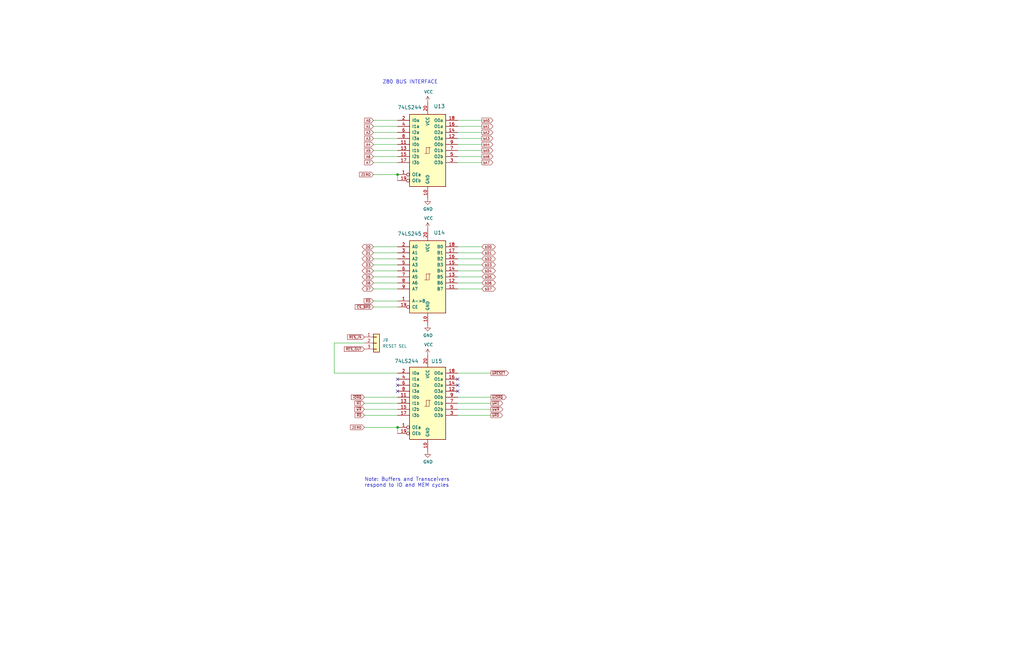
<source format=kicad_sch>
(kicad_sch (version 20211123) (generator eeschema)
  (paper "B")
  (lib_symbols
    (symbol "74xx:74LS244" (pin_names (offset 1.016))
      (property "Reference" "U" (at -7.62 16.51 0))
      (property "Value" "74LS244" (at -7.62 -16.51 0))
      (symbol "74LS244_1_0"
        (polyline (pts (xy -0.635 -1.27) (xy -0.635 1.27) (xy 0.635 1.27)))
        (polyline (pts (xy -1.27 -1.27) (xy 0.635 -1.27) (xy 0.635 1.27) (xy 1.27 1.27)))
        (pin input inverted (at -12.7 -10.16 0) (length 5.08) (name "OEa") (number "1"))
        (pin power_in line (at 0 -20.32 90) (length 5.08) (name "GND") (number "10"))
        (pin input line (at -12.7 2.54 0) (length 5.08) (name "I0b") (number "11"))
        (pin tri_state line (at 12.7 5.08 180) (length 5.08) (name "O3a") (number "12"))
        (pin input line (at -12.7 0 0) (length 5.08) (name "I1b") (number "13"))
        (pin tri_state line (at 12.7 7.62 180) (length 5.08) (name "O2a") (number "14"))
        (pin input line (at -12.7 -2.54 0) (length 5.08) (name "I2b") (number "15"))
        (pin tri_state line (at 12.7 10.16 180) (length 5.08) (name "O1a") (number "16"))
        (pin input line (at -12.7 -5.08 0) (length 5.08) (name "I3b") (number "17"))
        (pin tri_state line (at 12.7 12.7 180) (length 5.08) (name "O0a") (number "18"))
        (pin input inverted (at -12.7 -12.7 0) (length 5.08) (name "OEb") (number "19"))
        (pin input line (at -12.7 12.7 0) (length 5.08) (name "I0a") (number "2"))
        (pin power_in line (at 0 20.32 270) (length 5.08) (name "VCC") (number "20"))
        (pin tri_state line (at 12.7 -5.08 180) (length 5.08) (name "O3b") (number "3"))
        (pin input line (at -12.7 10.16 0) (length 5.08) (name "I1a") (number "4"))
        (pin tri_state line (at 12.7 -2.54 180) (length 5.08) (name "O2b") (number "5"))
        (pin input line (at -12.7 7.62 0) (length 5.08) (name "I2a") (number "6"))
        (pin tri_state line (at 12.7 0 180) (length 5.08) (name "O1b") (number "7"))
        (pin input line (at -12.7 5.08 0) (length 5.08) (name "I3a") (number "8"))
        (pin tri_state line (at 12.7 2.54 180) (length 5.08) (name "O0b") (number "9"))
      )
      (symbol "74LS244_1_1"
        (rectangle (start -7.62 15.24) (end 7.62 -15.24) (stroke (width 0.254)) (fill (type background)))
      )
    )
    (symbol "74xx:74LS245" (pin_names (offset 1.016))
      (property "Reference" "U" (at -7.62 16.51 0))
      (property "Value" "74LS245" (at -7.62 -16.51 0))
      (symbol "74LS245_1_0"
        (polyline (pts (xy -0.635 -1.27) (xy -0.635 1.27) (xy 0.635 1.27)))
        (polyline (pts (xy -1.27 -1.27) (xy 0.635 -1.27) (xy 0.635 1.27) (xy 1.27 1.27)))
        (pin input line (at -12.7 -10.16 0) (length 5.08) (name "A->B") (number "1"))
        (pin power_in line (at 0 -20.32 90) (length 5.08) (name "GND") (number "10"))
        (pin tri_state line (at 12.7 -5.08 180) (length 5.08) (name "B7") (number "11"))
        (pin tri_state line (at 12.7 -2.54 180) (length 5.08) (name "B6") (number "12"))
        (pin tri_state line (at 12.7 0 180) (length 5.08) (name "B5") (number "13"))
        (pin tri_state line (at 12.7 2.54 180) (length 5.08) (name "B4") (number "14"))
        (pin tri_state line (at 12.7 5.08 180) (length 5.08) (name "B3") (number "15"))
        (pin tri_state line (at 12.7 7.62 180) (length 5.08) (name "B2") (number "16"))
        (pin tri_state line (at 12.7 10.16 180) (length 5.08) (name "B1") (number "17"))
        (pin tri_state line (at 12.7 12.7 180) (length 5.08) (name "B0") (number "18"))
        (pin input inverted (at -12.7 -12.7 0) (length 5.08) (name "CE") (number "19"))
        (pin tri_state line (at -12.7 12.7 0) (length 5.08) (name "A0") (number "2"))
        (pin power_in line (at 0 20.32 270) (length 5.08) (name "VCC") (number "20"))
        (pin tri_state line (at -12.7 10.16 0) (length 5.08) (name "A1") (number "3"))
        (pin tri_state line (at -12.7 7.62 0) (length 5.08) (name "A2") (number "4"))
        (pin tri_state line (at -12.7 5.08 0) (length 5.08) (name "A3") (number "5"))
        (pin tri_state line (at -12.7 2.54 0) (length 5.08) (name "A4") (number "6"))
        (pin tri_state line (at -12.7 0 0) (length 5.08) (name "A5") (number "7"))
        (pin tri_state line (at -12.7 -2.54 0) (length 5.08) (name "A6") (number "8"))
        (pin tri_state line (at -12.7 -5.08 0) (length 5.08) (name "A7") (number "9"))
      )
      (symbol "74LS245_1_1"
        (rectangle (start -7.62 15.24) (end 7.62 -15.24) (stroke (width 0.254)) (fill (type background)))
      )
    )
    (symbol "Connector_Generic:Conn_01x03" (pin_names (offset 1.016) hide)
      (property "Reference" "J" (at 0 5.08 0))
      (property "Value" "Conn_01x03" (at 0 -5.08 0))
      (symbol "Conn_01x03_1_1"
        (rectangle (start -1.27 -2.413) (end 0 -2.667) (stroke (width 0.1524)))
        (rectangle (start -1.27 0.127) (end 0 -0.127) (stroke (width 0.1524)))
        (rectangle (start -1.27 2.667) (end 0 2.413) (stroke (width 0.1524)))
        (rectangle (start -1.27 3.81) (end 1.27 -3.81) (stroke (width 0.254)) (fill (type background)))
        (pin passive line (at -5.08 2.54 0) (length 3.81) (name "Pin_1") (number "1"))
        (pin passive line (at -5.08 0 0) (length 3.81) (name "Pin_2") (number "2"))
        (pin passive line (at -5.08 -2.54 0) (length 3.81) (name "Pin_3") (number "3"))
      )
    )
    (symbol "power:GND" (power) (pin_names (offset 0))
      (property "Value" "GND" (at 0 -3.81 0))
      (symbol "GND_0_1"
        (polyline (pts (xy 0 0) (xy 0 -1.27) (xy 1.27 -1.27) (xy 0 -2.54) (xy -1.27 -1.27) (xy 0 -1.27)))
      )
      (symbol "GND_1_1"
        (pin power_in line (at 0 0 270) (length 0) hide (name "GND") (number "1"))
      )
    )
    (symbol "power:VCC" (power) (pin_names (offset 0))
      (property "Value" "VCC" (at 0 3.81 0))
      (symbol "VCC_0_1"
        (polyline (pts (xy -0.762 1.27) (xy 0 2.54)))
        (polyline (pts (xy 0 0) (xy 0 2.54)))
        (polyline (pts (xy 0 2.54) (xy 0.762 1.27)))
      )
      (symbol "VCC_1_1"
        (pin power_in line (at 0 0 90) (length 0) hide (name "VCC") (number "1"))
      )
    )
  )
  (junction (at 167.64 180.34))
  (junction (at 167.64 73.66))
  (no_connect (at 167.64 162.56))
  (no_connect (at 167.64 160.02))
  (no_connect (at 193.04 160.02))
  (no_connect (at 193.04 165.1))
  (no_connect (at 193.04 162.56))
  (no_connect (at 167.64 165.1))
  (wire (pts (xy 193.04 60.96) (xy 203.2 60.96)))
  (wire (pts (xy 193.04 167.64) (xy 207.01 167.64)))
  (wire (pts (xy 193.04 104.14) (xy 203.2 104.14)))
  (wire (pts (xy 157.48 119.38) (xy 167.64 119.38)))
  (wire (pts (xy 193.04 66.04) (xy 203.2 66.04)))
  (wire (pts (xy 167.64 180.34) (xy 167.64 182.88)))
  (wire (pts (xy 153.67 170.18) (xy 167.64 170.18)))
  (wire (pts (xy 157.48 127) (xy 167.64 127)))
  (wire (pts (xy 157.48 63.5) (xy 167.64 63.5)))
  (wire (pts (xy 157.48 106.68) (xy 167.64 106.68)))
  (wire (pts (xy 157.48 53.34) (xy 167.64 53.34)))
  (wire (pts (xy 193.04 68.58) (xy 203.2 68.58)))
  (wire (pts (xy 157.48 116.84) (xy 167.64 116.84)))
  (wire (pts (xy 193.04 157.48) (xy 207.01 157.48)))
  (wire (pts (xy 157.48 66.04) (xy 167.64 66.04)))
  (wire (pts (xy 157.48 68.58) (xy 167.64 68.58)))
  (wire (pts (xy 157.48 104.14) (xy 167.64 104.14)))
  (wire (pts (xy 157.48 109.22) (xy 167.64 109.22)))
  (wire (pts (xy 193.04 111.76) (xy 203.2 111.76)))
  (wire (pts (xy 157.48 114.3) (xy 167.64 114.3)))
  (wire (pts (xy 193.04 50.8) (xy 203.2 50.8)))
  (wire (pts (xy 153.67 167.64) (xy 167.64 167.64)))
  (wire (pts (xy 157.48 55.88) (xy 167.64 55.88)))
  (wire (pts (xy 193.04 106.68) (xy 203.2 106.68)))
  (wire (pts (xy 193.04 175.26) (xy 207.01 175.26)))
  (wire (pts (xy 157.48 121.92) (xy 167.64 121.92)))
  (wire (pts (xy 157.48 50.8) (xy 167.64 50.8)))
  (wire (pts (xy 157.48 58.42) (xy 167.64 58.42)))
  (wire (pts (xy 140.97 157.48) (xy 167.64 157.48)))
  (wire (pts (xy 193.04 121.92) (xy 203.2 121.92)))
  (wire (pts (xy 193.04 116.84) (xy 203.2 116.84)))
  (wire (pts (xy 153.67 172.72) (xy 167.64 172.72)))
  (wire (pts (xy 153.67 180.34) (xy 167.64 180.34)))
  (wire (pts (xy 157.48 129.54) (xy 167.64 129.54)))
  (wire (pts (xy 140.97 144.78) (xy 140.97 157.48)))
  (wire (pts (xy 193.04 55.88) (xy 203.2 55.88)))
  (wire (pts (xy 193.04 172.72) (xy 207.01 172.72)))
  (wire (pts (xy 157.48 60.96) (xy 167.64 60.96)))
  (wire (pts (xy 193.04 53.34) (xy 203.2 53.34)))
  (wire (pts (xy 193.04 109.22) (xy 203.2 109.22)))
  (wire (pts (xy 157.48 111.76) (xy 167.64 111.76)))
  (wire (pts (xy 193.04 114.3) (xy 203.2 114.3)))
  (wire (pts (xy 140.97 144.78) (xy 153.67 144.78)))
  (wire (pts (xy 167.64 76.2) (xy 167.64 73.66)))
  (wire (pts (xy 157.48 73.66) (xy 167.64 73.66)))
  (wire (pts (xy 153.67 175.26) (xy 167.64 175.26)))
  (wire (pts (xy 193.04 63.5) (xy 203.2 63.5)))
  (wire (pts (xy 193.04 119.38) (xy 203.2 119.38)))
  (wire (pts (xy 193.04 58.42) (xy 203.2 58.42)))
  (wire (pts (xy 193.04 170.18) (xy 207.01 170.18)))
  (text "Z80 BUS INTERFACE" (at 161.29 35.56 0) (effects (font (size 1.524 1.524)) (justify left bottom)))
  (text "Note: Buffers and Transceivers\nrespond to IO and MEM cycles" (at 153.67 205.74 0) (effects (font (size 1.524 1.524)) (justify left bottom)))
  (global_label "bD5" (shape bidirectional) (at 203.2 116.84 0) (effects (font (size 1.016 1.016))) (property "Intersheet References" "${INTERSHEET_REFS}" (effects hide)))
  (global_label "~{RES_OUT}" (shape input) (at 153.67 147.32 180) (effects (font (size 1.016 1.016))) (property "Intersheet References" "${INTERSHEET_REFS}" (effects hide)))
  (global_label "bA4" (shape output) (at 203.2 60.96 0) (effects (font (size 1.016 1.016))) (property "Intersheet References" "${INTERSHEET_REFS}" (effects hide)))
  (global_label "D4" (shape bidirectional) (at 157.48 114.3 180) (effects (font (size 1.016 1.016))) (property "Intersheet References" "${INTERSHEET_REFS}" (effects hide)))
  (global_label "~{RES_IN}" (shape input) (at 153.67 142.24 180) (effects (font (size 1.016 1.016))) (property "Intersheet References" "${INTERSHEET_REFS}" (effects hide)))
  (global_label "~{bRESET}" (shape output) (at 207.01 157.48 0) (effects (font (size 1.016 1.016))) (property "Intersheet References" "${INTERSHEET_REFS}" (effects hide)))
  (global_label "~{bIORQ}" (shape output) (at 207.01 167.64 0) (effects (font (size 1.016 1.016))) (property "Intersheet References" "${INTERSHEET_REFS}" (effects hide)))
  (global_label "~{WR}" (shape input) (at 153.67 172.72 180) (effects (font (size 1.016 1.016))) (property "Intersheet References" "${INTERSHEET_REFS}" (effects hide)))
  (global_label "bA3" (shape output) (at 203.2 58.42 0) (effects (font (size 1.016 1.016))) (property "Intersheet References" "${INTERSHEET_REFS}" (effects hide)))
  (global_label "D3" (shape bidirectional) (at 157.48 111.76 180) (effects (font (size 1.016 1.016))) (property "Intersheet References" "${INTERSHEET_REFS}" (effects hide)))
  (global_label "ZERO" (shape input) (at 153.67 180.34 180) (effects (font (size 1.016 1.016))) (property "Intersheet References" "${INTERSHEET_REFS}" (effects hide)))
  (global_label "bD2" (shape bidirectional) (at 203.2 109.22 0) (effects (font (size 1.016 1.016))) (property "Intersheet References" "${INTERSHEET_REFS}" (effects hide)))
  (global_label "~{CS_BRD}" (shape input) (at 157.48 129.54 180) (effects (font (size 1.016 1.016))) (property "Intersheet References" "${INTERSHEET_REFS}" (effects hide)))
  (global_label "A7" (shape input) (at 157.48 68.58 180) (effects (font (size 1.016 1.016))) (property "Intersheet References" "${INTERSHEET_REFS}" (effects hide)))
  (global_label "A1" (shape input) (at 157.48 53.34 180) (effects (font (size 1.016 1.016))) (property "Intersheet References" "${INTERSHEET_REFS}" (effects hide)))
  (global_label "bD7" (shape bidirectional) (at 203.2 121.92 0) (effects (font (size 1.016 1.016))) (property "Intersheet References" "${INTERSHEET_REFS}" (effects hide)))
  (global_label "D6" (shape bidirectional) (at 157.48 119.38 180) (effects (font (size 1.016 1.016))) (property "Intersheet References" "${INTERSHEET_REFS}" (effects hide)))
  (global_label "~{bRD}" (shape output) (at 207.01 175.26 0) (effects (font (size 1.016 1.016))) (property "Intersheet References" "${INTERSHEET_REFS}" (effects hide)))
  (global_label "ZERO" (shape input) (at 157.48 73.66 180) (effects (font (size 1.016 1.016))) (property "Intersheet References" "${INTERSHEET_REFS}" (effects hide)))
  (global_label "~{IORQ}" (shape input) (at 153.67 167.64 180) (effects (font (size 1.016 1.016))) (property "Intersheet References" "${INTERSHEET_REFS}" (effects hide)))
  (global_label "bA0" (shape output) (at 203.2 50.8 0) (effects (font (size 1.016 1.016))) (property "Intersheet References" "${INTERSHEET_REFS}" (effects hide)))
  (global_label "~{M1}" (shape input) (at 153.67 170.18 180) (effects (font (size 1.016 1.016))) (property "Intersheet References" "${INTERSHEET_REFS}" (effects hide)))
  (global_label "D1" (shape bidirectional) (at 157.48 106.68 180) (effects (font (size 1.016 1.016))) (property "Intersheet References" "${INTERSHEET_REFS}" (effects hide)))
  (global_label "bA6" (shape output) (at 203.2 66.04 0) (effects (font (size 1.016 1.016))) (property "Intersheet References" "${INTERSHEET_REFS}" (effects hide)))
  (global_label "D5" (shape bidirectional) (at 157.48 116.84 180) (effects (font (size 1.016 1.016))) (property "Intersheet References" "${INTERSHEET_REFS}" (effects hide)))
  (global_label "bD3" (shape bidirectional) (at 203.2 111.76 0) (effects (font (size 1.016 1.016))) (property "Intersheet References" "${INTERSHEET_REFS}" (effects hide)))
  (global_label "A2" (shape input) (at 157.48 55.88 180) (effects (font (size 1.016 1.016))) (property "Intersheet References" "${INTERSHEET_REFS}" (effects hide)))
  (global_label "A4" (shape input) (at 157.48 60.96 180) (effects (font (size 1.016 1.016))) (property "Intersheet References" "${INTERSHEET_REFS}" (effects hide)))
  (global_label "~{bWR}" (shape output) (at 207.01 172.72 0) (effects (font (size 1.016 1.016))) (property "Intersheet References" "${INTERSHEET_REFS}" (effects hide)))
  (global_label "D2" (shape bidirectional) (at 157.48 109.22 180) (effects (font (size 1.016 1.016))) (property "Intersheet References" "${INTERSHEET_REFS}" (effects hide)))
  (global_label "bA2" (shape output) (at 203.2 55.88 0) (effects (font (size 1.016 1.016))) (property "Intersheet References" "${INTERSHEET_REFS}" (effects hide)))
  (global_label "bA1" (shape output) (at 203.2 53.34 0) (effects (font (size 1.016 1.016))) (property "Intersheet References" "${INTERSHEET_REFS}" (effects hide)))
  (global_label "bA7" (shape output) (at 203.2 68.58 0) (effects (font (size 1.016 1.016))) (property "Intersheet References" "${INTERSHEET_REFS}" (effects hide)))
  (global_label "bD4" (shape bidirectional) (at 203.2 114.3 0) (effects (font (size 1.016 1.016))) (property "Intersheet References" "${INTERSHEET_REFS}" (effects hide)))
  (global_label "D7" (shape bidirectional) (at 157.48 121.92 180) (effects (font (size 1.016 1.016))) (property "Intersheet References" "${INTERSHEET_REFS}" (effects hide)))
  (global_label "~{RD}" (shape input) (at 157.48 127 180) (effects (font (size 1.016 1.016))) (property "Intersheet References" "${INTERSHEET_REFS}" (effects hide)))
  (global_label "~{RD}" (shape input) (at 153.67 175.26 180) (effects (font (size 1.016 1.016))) (property "Intersheet References" "${INTERSHEET_REFS}" (effects hide)))
  (global_label "A3" (shape input) (at 157.48 58.42 180) (effects (font (size 1.016 1.016))) (property "Intersheet References" "${INTERSHEET_REFS}" (effects hide)))
  (global_label "bD1" (shape bidirectional) (at 203.2 106.68 0) (effects (font (size 1.016 1.016))) (property "Intersheet References" "${INTERSHEET_REFS}" (effects hide)))
  (global_label "A6" (shape input) (at 157.48 66.04 180) (effects (font (size 1.016 1.016))) (property "Intersheet References" "${INTERSHEET_REFS}" (effects hide)))
  (global_label "~{bM1}" (shape output) (at 207.01 170.18 0) (effects (font (size 1.016 1.016))) (property "Intersheet References" "${INTERSHEET_REFS}" (effects hide)))
  (global_label "bD6" (shape bidirectional) (at 203.2 119.38 0) (effects (font (size 1.016 1.016))) (property "Intersheet References" "${INTERSHEET_REFS}" (effects hide)))
  (global_label "bA5" (shape output) (at 203.2 63.5 0) (effects (font (size 1.016 1.016))) (property "Intersheet References" "${INTERSHEET_REFS}" (effects hide)))
  (global_label "A5" (shape input) (at 157.48 63.5 180) (effects (font (size 1.016 1.016))) (property "Intersheet References" "${INTERSHEET_REFS}" (effects hide)))
  (global_label "D0" (shape bidirectional) (at 157.48 104.14 180) (effects (font (size 1.016 1.016))) (property "Intersheet References" "${INTERSHEET_REFS}" (effects hide)))
  (global_label "A0" (shape input) (at 157.48 50.8 180) (effects (font (size 1.016 1.016))) (property "Intersheet References" "${INTERSHEET_REFS}" (effects hide)))
  (global_label "bD0" (shape bidirectional) (at 203.2 104.14 0) (effects (font (size 1.016 1.016))) (property "Intersheet References" "${INTERSHEET_REFS}" (effects hide)))
  (symbol (lib_id "74xx:74LS245") (at 180.34 116.84 0) (unit 1)
    (property "Reference" "U14" (at 182.88 99.06 0) (effects (font (size 1.524 1.524)) (justify left bottom)))
    (property "Value" "74LS245" (at 167.64 97.79 0) (effects (font (size 1.524 1.524)) (justify left top)))
    (property "Footprint" "Package_DIP:DIP-20_W7.62mm" (effects hide))
    (property "Datasheet" "http://www.ti.com/lit/gpn/sn74LS245" (effects hide))
  )
  (symbol (lib_id "power:VCC") (at 180.34 43.18 0) (unit 1)
    (property "Reference" "#PWR037" (effects hide))
    (property "Value" "VCC" (at 180.721 38.7858 0))
  )
  (symbol (lib_id "power:GND") (at 180.34 83.82 0) (unit 1)
    (property "Reference" "#PWR038" (effects hide))
    (property "Value" "GND" (at 180.467 88.2142 0))
  )
  (symbol (lib_id "power:VCC") (at 180.34 96.52 0) (unit 1)
    (property "Reference" "#PWR039" (effects hide))
    (property "Value" "VCC" (at 180.721 92.1258 0))
  )
  (symbol (lib_id "power:VCC") (at 180.34 149.86 0) (unit 1)
    (property "Reference" "#PWR041" (effects hide))
    (property "Value" "VCC" (at 180.721 145.4658 0))
  )
  (symbol (lib_id "power:GND") (at 180.34 137.16 0) (unit 1)
    (property "Reference" "#PWR040" (effects hide))
    (property "Value" "GND" (at 180.467 141.5542 0))
  )
  (symbol (lib_id "power:GND") (at 180.34 190.5 0) (unit 1)
    (property "Reference" "#PWR042" (effects hide))
    (property "Value" "GND" (at 180.467 194.8942 0))
  )
  (symbol (lib_id "74xx:74LS244") (at 180.34 170.18 0) (unit 1)
    (property "Reference" "U15" (at 184.15 152.4 0) (effects (font (size 1.524 1.524))))
    (property "Value" "74LS244" (at 171.45 152.4 0) (effects (font (size 1.524 1.524))))
    (property "Footprint" "Package_DIP:DIP-20_W7.62mm" (effects hide))
    (property "Datasheet" "http://www.ti.com/lit/ds/symlink/sn74ls244.pdf" (effects hide))
  )
  (symbol (lib_id "74xx:74LS244") (at 180.34 63.5 0) (unit 1)
    (property "Reference" "U13" (at 182.88 45.72 0) (effects (font (size 1.524 1.524)) (justify left bottom)))
    (property "Value" "74LS244" (at 167.64 44.45 0) (effects (font (size 1.524 1.524)) (justify left top)))
    (property "Footprint" "Package_DIP:DIP-20_W7.62mm" (effects hide))
    (property "Datasheet" "http://www.ti.com/lit/ds/symlink/sn74ls244.pdf" (effects hide))
  )
  (symbol (lib_id "Connector_Generic:Conn_01x03") (at 158.75 144.78 0) (unit 1)
    (property "Reference" "J9" (at 161.29 143.5099 0) (effects (justify left)))
    (property "Value" "RESET SEL" (at 161.29 146.0499 0) (effects (justify left)))
    (property "Footprint" "Connector_PinHeader_2.54mm:PinHeader_1x03_P2.54mm_Vertical" (effects hide))
  )
)
</source>
